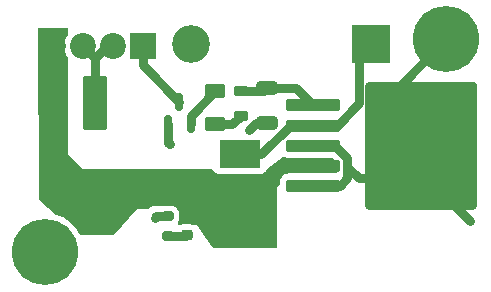
<source format=gbr>
%TF.GenerationSoftware,KiCad,Pcbnew,7.0.2*%
%TF.CreationDate,2023-05-06T19:40:55+10:00*%
%TF.ProjectId,Regulator,52656775-6c61-4746-9f72-2e6b69636164,rev?*%
%TF.SameCoordinates,Original*%
%TF.FileFunction,Copper,L1,Top*%
%TF.FilePolarity,Positive*%
%FSLAX46Y46*%
G04 Gerber Fmt 4.6, Leading zero omitted, Abs format (unit mm)*
G04 Created by KiCad (PCBNEW 7.0.2) date 2023-05-06 19:40:55*
%MOMM*%
%LPD*%
G01*
G04 APERTURE LIST*
G04 Aperture macros list*
%AMRoundRect*
0 Rectangle with rounded corners*
0 $1 Rounding radius*
0 $2 $3 $4 $5 $6 $7 $8 $9 X,Y pos of 4 corners*
0 Add a 4 corners polygon primitive as box body*
4,1,4,$2,$3,$4,$5,$6,$7,$8,$9,$2,$3,0*
0 Add four circle primitives for the rounded corners*
1,1,$1+$1,$2,$3*
1,1,$1+$1,$4,$5*
1,1,$1+$1,$6,$7*
1,1,$1+$1,$8,$9*
0 Add four rect primitives between the rounded corners*
20,1,$1+$1,$2,$3,$4,$5,0*
20,1,$1+$1,$4,$5,$6,$7,0*
20,1,$1+$1,$6,$7,$8,$9,0*
20,1,$1+$1,$8,$9,$2,$3,0*%
G04 Aperture macros list end*
%TA.AperFunction,SMDPad,CuDef*%
%ADD10RoundRect,0.250001X0.799999X-2.049999X0.799999X2.049999X-0.799999X2.049999X-0.799999X-2.049999X0*%
%TD*%
%TA.AperFunction,ComponentPad*%
%ADD11C,5.600000*%
%TD*%
%TA.AperFunction,SMDPad,CuDef*%
%ADD12RoundRect,0.250000X-2.025000X-2.375000X2.025000X-2.375000X2.025000X2.375000X-2.025000X2.375000X0*%
%TD*%
%TA.AperFunction,SMDPad,CuDef*%
%ADD13RoundRect,0.250002X-4.449998X-5.149998X4.449998X-5.149998X4.449998X5.149998X-4.449998X5.149998X0*%
%TD*%
%TA.AperFunction,SMDPad,CuDef*%
%ADD14RoundRect,0.250000X-2.050000X-0.300000X2.050000X-0.300000X2.050000X0.300000X-2.050000X0.300000X0*%
%TD*%
%TA.AperFunction,SMDPad,CuDef*%
%ADD15RoundRect,0.200000X0.275000X-0.200000X0.275000X0.200000X-0.275000X0.200000X-0.275000X-0.200000X0*%
%TD*%
%TA.AperFunction,SMDPad,CuDef*%
%ADD16RoundRect,0.150000X0.150000X-0.587500X0.150000X0.587500X-0.150000X0.587500X-0.150000X-0.587500X0*%
%TD*%
%TA.AperFunction,SMDPad,CuDef*%
%ADD17R,3.500000X2.350000*%
%TD*%
%TA.AperFunction,ComponentPad*%
%ADD18C,2.200000*%
%TD*%
%TA.AperFunction,ComponentPad*%
%ADD19R,2.200000X2.200000*%
%TD*%
%TA.AperFunction,SMDPad,CuDef*%
%ADD20RoundRect,0.218750X0.381250X-0.218750X0.381250X0.218750X-0.381250X0.218750X-0.381250X-0.218750X0*%
%TD*%
%TA.AperFunction,SMDPad,CuDef*%
%ADD21RoundRect,0.250000X-0.625000X0.375000X-0.625000X-0.375000X0.625000X-0.375000X0.625000X0.375000X0*%
%TD*%
%TA.AperFunction,SMDPad,CuDef*%
%ADD22RoundRect,0.218750X0.256250X-0.218750X0.256250X0.218750X-0.256250X0.218750X-0.256250X-0.218750X0*%
%TD*%
%TA.AperFunction,ComponentPad*%
%ADD23O,3.200000X3.200000*%
%TD*%
%TA.AperFunction,ComponentPad*%
%ADD24R,3.200000X3.200000*%
%TD*%
%TA.AperFunction,SMDPad,CuDef*%
%ADD25RoundRect,0.250000X-0.650000X0.325000X-0.650000X-0.325000X0.650000X-0.325000X0.650000X0.325000X0*%
%TD*%
%TA.AperFunction,ViaPad*%
%ADD26C,0.600000*%
%TD*%
%TA.AperFunction,Conductor*%
%ADD27C,0.800000*%
%TD*%
G04 APERTURE END LIST*
D10*
%TO.P,C1,2*%
%TO.N,GND*%
X120250000Y-78400000D03*
%TO.P,C1,1*%
%TO.N,+5V*%
X120250000Y-87200000D03*
%TD*%
D11*
%TO.P,H3,1,1*%
%TO.N,GND*%
X150000000Y-73000000D03*
%TD*%
%TO.P,H1,1,1*%
%TO.N,GND*%
X116000000Y-91000000D03*
%TD*%
D12*
%TO.P,U1,3,GND*%
%TO.N,GND*%
X145450000Y-84775000D03*
X150300000Y-79225000D03*
X145450000Y-79225000D03*
X150300000Y-84775000D03*
D13*
X147875000Y-82000000D03*
D14*
%TO.P,U1,5,~{ON}/OFF*%
X138725000Y-85400000D03*
%TO.P,U1,4,FB*%
%TO.N,+5V*%
X138725000Y-83700000D03*
%TO.P,U1,3,GND*%
%TO.N,GND*%
X138725000Y-82000000D03*
%TO.P,U1,2,OUT*%
%TO.N,Net-(D1-K)*%
X138725000Y-80300000D03*
%TO.P,U1,1,VIN*%
%TO.N,Net-(U1-VIN)*%
X138725000Y-78600000D03*
%TD*%
D15*
%TO.P,R1,2*%
%TO.N,GND*%
X126400000Y-87975000D03*
%TO.P,R1,1*%
%TO.N,Net-(D2-K)*%
X126400000Y-89625000D03*
%TD*%
D16*
%TO.P,Q1,3,D*%
%TO.N,VCC*%
X127400000Y-78262500D03*
%TO.P,Q1,2,S*%
%TO.N,Net-(Q1-S)*%
X128350000Y-80137500D03*
%TO.P,Q1,1,G*%
%TO.N,GND*%
X126450000Y-80137500D03*
%TD*%
D17*
%TO.P,L1,2,2*%
%TO.N,+5V*%
X132500000Y-88775000D03*
%TO.P,L1,1,1*%
%TO.N,Net-(D1-K)*%
X132500000Y-82725000D03*
%TD*%
D18*
%TO.P,J2,4,Pin_4*%
%TO.N,+5V*%
X116695000Y-73600000D03*
%TO.P,J2,3,Pin_3*%
%TO.N,GND*%
X119235000Y-73600000D03*
%TO.P,J2,2,Pin_2*%
X121775000Y-73600000D03*
D19*
%TO.P,J2,1,Pin_1*%
%TO.N,VCC*%
X124315000Y-73600000D03*
%TD*%
D20*
%TO.P,FB1,2*%
%TO.N,Net-(U1-VIN)*%
X132600000Y-77337500D03*
%TO.P,FB1,1*%
%TO.N,Net-(F1-Pad2)*%
X132600000Y-79462500D03*
%TD*%
D21*
%TO.P,F1,2*%
%TO.N,Net-(F1-Pad2)*%
X130400000Y-80200000D03*
%TO.P,F1,1*%
%TO.N,Net-(Q1-S)*%
X130400000Y-77400000D03*
%TD*%
D22*
%TO.P,D2,2,A*%
%TO.N,+5V*%
X128000000Y-88012500D03*
%TO.P,D2,1,K*%
%TO.N,Net-(D2-K)*%
X128000000Y-89587500D03*
%TD*%
D23*
%TO.P,D1,2,A*%
%TO.N,GND*%
X128380000Y-73400000D03*
D24*
%TO.P,D1,1,K*%
%TO.N,Net-(D1-K)*%
X143620000Y-73400000D03*
%TD*%
D25*
%TO.P,C13,2*%
%TO.N,GND*%
X134800000Y-80075000D03*
%TO.P,C13,1*%
%TO.N,Net-(U1-VIN)*%
X134800000Y-77125000D03*
%TD*%
D26*
%TO.N,GND*%
X125300000Y-88100000D03*
X152000000Y-88400000D03*
X141625000Y-83800000D03*
X133300000Y-80700000D03*
X126600000Y-81900000D03*
%TD*%
D27*
%TO.N,Net-(D2-K)*%
X127962500Y-89625000D02*
X128000000Y-89587500D01*
X126400000Y-89625000D02*
X127962500Y-89625000D01*
%TO.N,GND*%
X125425000Y-87975000D02*
X125300000Y-88100000D01*
X126400000Y-87975000D02*
X125425000Y-87975000D01*
X150300000Y-86700000D02*
X152000000Y-88400000D01*
X150300000Y-84775000D02*
X150300000Y-86700000D01*
X145450000Y-77550000D02*
X150000000Y-73000000D01*
X145450000Y-79225000D02*
X145450000Y-77550000D01*
X142600000Y-84775000D02*
X141625000Y-83800000D01*
X145450000Y-84775000D02*
X142600000Y-84775000D01*
X141625000Y-83047918D02*
X141625000Y-84775000D01*
X141000000Y-85400000D02*
X138725000Y-85400000D01*
X138725000Y-82000000D02*
X140577082Y-82000000D01*
X140577082Y-82000000D02*
X141625000Y-83047918D01*
X141625000Y-84775000D02*
X141000000Y-85400000D01*
X133925000Y-80075000D02*
X133300000Y-80700000D01*
X134800000Y-80075000D02*
X133925000Y-80075000D01*
%TO.N,Net-(D1-K)*%
X134327082Y-82725000D02*
X132500000Y-82725000D01*
X138725000Y-80300000D02*
X136752082Y-80300000D01*
X136752082Y-80300000D02*
X134327082Y-82725000D01*
%TO.N,Net-(U1-VIN)*%
X137250000Y-77125000D02*
X138725000Y-78600000D01*
X134800000Y-77125000D02*
X137250000Y-77125000D01*
X134587500Y-77337500D02*
X134800000Y-77125000D01*
X132600000Y-77337500D02*
X134587500Y-77337500D01*
%TO.N,Net-(D1-K)*%
X142575000Y-78425000D02*
X142575000Y-74445000D01*
X140700000Y-80300000D02*
X142575000Y-78425000D01*
X138725000Y-80300000D02*
X140700000Y-80300000D01*
X142575000Y-74445000D02*
X143620000Y-73400000D01*
%TO.N,Net-(F1-Pad2)*%
X131862500Y-80200000D02*
X132600000Y-79462500D01*
X130400000Y-80200000D02*
X131862500Y-80200000D01*
%TO.N,Net-(Q1-S)*%
X128350000Y-79450000D02*
X130400000Y-77400000D01*
X128350000Y-80137500D02*
X128350000Y-79450000D01*
%TO.N,GND*%
X126450000Y-81750000D02*
X126600000Y-81900000D01*
X126450000Y-80137500D02*
X126450000Y-81750000D01*
%TO.N,VCC*%
X124315000Y-73600000D02*
X124315000Y-75177500D01*
X124315000Y-75177500D02*
X127400000Y-78262500D01*
%TO.N,GND*%
X121265000Y-73600000D02*
X120250000Y-74615000D01*
X121775000Y-73600000D02*
X121265000Y-73600000D01*
X120250000Y-74615000D02*
X119235000Y-73600000D01*
X120250000Y-78400000D02*
X120250000Y-74615000D01*
X148550000Y-85175000D02*
X146125000Y-82750000D01*
X148550000Y-85525000D02*
X148550000Y-85175000D01*
X148550000Y-74550000D02*
X148000000Y-74000000D01*
X143700000Y-85525000D02*
X143700000Y-86050000D01*
%TD*%
%TA.AperFunction,Conductor*%
%TO.N,+5V*%
G36*
X117943039Y-72019685D02*
G01*
X117988794Y-72072489D01*
X118000000Y-72124000D01*
X118000000Y-72535852D01*
X117980315Y-72602891D01*
X117970291Y-72616383D01*
X117936163Y-72656342D01*
X117804535Y-72871139D01*
X117708126Y-73103889D01*
X117649317Y-73348850D01*
X117629551Y-73600000D01*
X117649317Y-73851149D01*
X117708126Y-74096110D01*
X117756330Y-74212484D01*
X117804534Y-74328859D01*
X117936164Y-74543659D01*
X117970290Y-74583615D01*
X117998861Y-74647376D01*
X118000000Y-74664146D01*
X118000000Y-82700000D01*
X119200000Y-84000000D01*
X119200001Y-84000000D01*
X130167023Y-84000000D01*
X130234062Y-84019685D01*
X130279817Y-84072489D01*
X130283203Y-84080663D01*
X130306204Y-84142331D01*
X130392454Y-84257546D01*
X130507669Y-84343796D01*
X130642517Y-84394091D01*
X130702127Y-84400500D01*
X134297872Y-84400499D01*
X134357483Y-84394091D01*
X134492331Y-84343796D01*
X134607546Y-84257546D01*
X134693796Y-84142331D01*
X134718621Y-84075770D01*
X134760489Y-84019840D01*
X134795592Y-84001468D01*
X134799995Y-84000000D01*
X134800000Y-84000000D01*
X136177191Y-82967106D01*
X136242629Y-82942632D01*
X136310916Y-82957422D01*
X136316676Y-82960765D01*
X136355666Y-82984814D01*
X136467017Y-83021712D01*
X136522202Y-83039999D01*
X136621858Y-83050180D01*
X136621859Y-83050180D01*
X136624991Y-83050500D01*
X140302719Y-83050499D01*
X140369758Y-83070184D01*
X140390400Y-83086818D01*
X140688181Y-83384598D01*
X140721666Y-83445921D01*
X140724500Y-83472279D01*
X140724500Y-83719373D01*
X140722973Y-83738771D01*
X140720780Y-83752610D01*
X140724330Y-83820335D01*
X140724500Y-83826824D01*
X140724500Y-84225500D01*
X140704815Y-84292539D01*
X140652011Y-84338294D01*
X140600500Y-84349500D01*
X136628140Y-84349500D01*
X136628120Y-84349500D01*
X136624992Y-84349501D01*
X136621860Y-84349820D01*
X136621858Y-84349821D01*
X136522203Y-84360000D01*
X136355665Y-84415186D01*
X136206342Y-84507288D01*
X136082288Y-84631342D01*
X135990186Y-84780665D01*
X135935000Y-84947202D01*
X135924819Y-85046858D01*
X135924817Y-85046878D01*
X135924500Y-85049991D01*
X135924500Y-85053138D01*
X135924500Y-85053139D01*
X135924500Y-85266249D01*
X135904815Y-85333288D01*
X135876104Y-85364534D01*
X135700000Y-85499999D01*
X135700000Y-90576000D01*
X135680315Y-90643039D01*
X135627511Y-90688794D01*
X135576000Y-90700000D01*
X130364561Y-90700000D01*
X130297522Y-90680315D01*
X130262976Y-90647109D01*
X129429562Y-89456518D01*
X128900000Y-88700000D01*
X128544722Y-88700000D01*
X128505718Y-88693706D01*
X128402685Y-88659563D01*
X128307306Y-88649819D01*
X128307287Y-88649818D01*
X128304174Y-88649500D01*
X127695826Y-88649500D01*
X127692713Y-88649817D01*
X127692693Y-88649819D01*
X127597314Y-88659563D01*
X127494282Y-88693706D01*
X127455278Y-88700000D01*
X127396035Y-88700000D01*
X127328996Y-88680315D01*
X127283241Y-88627511D01*
X127273297Y-88558353D01*
X127289918Y-88511850D01*
X127307303Y-88483091D01*
X127318478Y-88464606D01*
X127369086Y-88302196D01*
X127375500Y-88231616D01*
X127375500Y-87718384D01*
X127369086Y-87647804D01*
X127318478Y-87485394D01*
X127230472Y-87339815D01*
X127230471Y-87339813D01*
X127110186Y-87219528D01*
X127022179Y-87166326D01*
X126964606Y-87131522D01*
X126802196Y-87080914D01*
X126802193Y-87080913D01*
X126734424Y-87074755D01*
X126734420Y-87074754D01*
X126731616Y-87074500D01*
X126728797Y-87074500D01*
X125505626Y-87074500D01*
X125486228Y-87072973D01*
X125472388Y-87070781D01*
X125404664Y-87074330D01*
X125398175Y-87074500D01*
X125377808Y-87074500D01*
X125374595Y-87074837D01*
X125374587Y-87074838D01*
X125357553Y-87076628D01*
X125351091Y-87077136D01*
X125283352Y-87080687D01*
X125269805Y-87084316D01*
X125250689Y-87087859D01*
X125236743Y-87089325D01*
X125172241Y-87110283D01*
X125166020Y-87112126D01*
X125100510Y-87129680D01*
X125088016Y-87136046D01*
X125070056Y-87143485D01*
X125056718Y-87147819D01*
X124997996Y-87181722D01*
X124992295Y-87184818D01*
X124931847Y-87215618D01*
X124920952Y-87224441D01*
X124904929Y-87235454D01*
X124892785Y-87242466D01*
X124842397Y-87287835D01*
X124837465Y-87292048D01*
X124824134Y-87302843D01*
X124824121Y-87302854D01*
X124821620Y-87304880D01*
X124819339Y-87307160D01*
X124819321Y-87307177D01*
X124807199Y-87319298D01*
X124802499Y-87323758D01*
X124753203Y-87368147D01*
X124690212Y-87398379D01*
X124670228Y-87400000D01*
X123800000Y-87400000D01*
X121836899Y-89559411D01*
X121777238Y-89595775D01*
X121745146Y-89600000D01*
X119144894Y-89600000D01*
X119077855Y-89580315D01*
X119065519Y-89571266D01*
X118927816Y-89456513D01*
X118897647Y-89419340D01*
X118833783Y-89298880D01*
X118833782Y-89298879D01*
X118832211Y-89295915D01*
X118631365Y-88999689D01*
X118486217Y-88828807D01*
X118401841Y-88729472D01*
X118401838Y-88729469D01*
X118399668Y-88726914D01*
X118397235Y-88724609D01*
X118397230Y-88724604D01*
X118142267Y-88483091D01*
X118139837Y-88480789D01*
X117854919Y-88264200D01*
X117852045Y-88262471D01*
X117852041Y-88262468D01*
X117551135Y-88081419D01*
X117551134Y-88081418D01*
X117548253Y-88079685D01*
X117223435Y-87929409D01*
X117220250Y-87928336D01*
X117220248Y-87928335D01*
X117030282Y-87864327D01*
X116990493Y-87842077D01*
X115544219Y-86636849D01*
X115505320Y-86578810D01*
X115499605Y-86542443D01*
X115400855Y-72124848D01*
X115420080Y-72057677D01*
X115472569Y-72011561D01*
X115524852Y-72000000D01*
X117876000Y-72000000D01*
X117943039Y-72019685D01*
G37*
%TD.AperFunction*%
%TD*%
M02*

</source>
